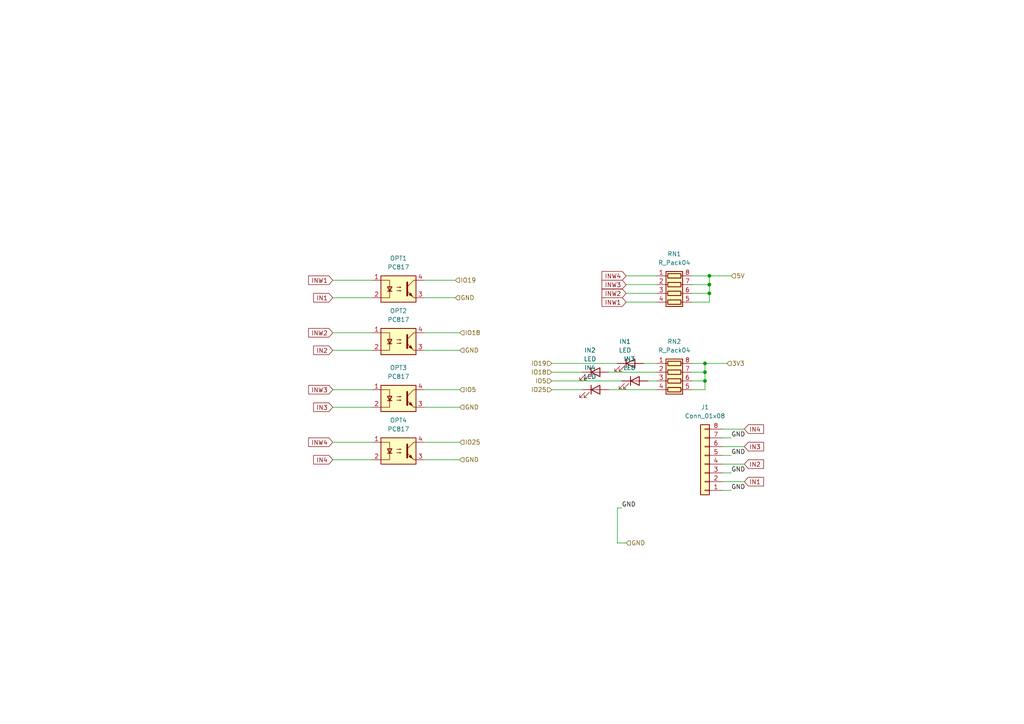
<source format=kicad_sch>
(kicad_sch (version 20250114) (generator "eeschema") (generator_version "9.0")
  (paper "A4")
  (lib_symbols
    (symbol "Connector_Generic:Conn_01x08" (pin_names (offset 1.016) (hide yes))
      (property "Reference" "J" (at 0 10.16 0))
      (property "Value" "Conn_01x08" (at 0 -12.7 0))
      (symbol "Conn_01x08_1_1"
        (rectangle (start -1.27 8.89) (end 1.27 -11.43) (stroke (width 0.254)) (fill (type background)))
        (rectangle (start -1.27 7.747) (end 0 7.493) (stroke (width 0.1524)))
        (rectangle (start -1.27 5.207) (end 0 4.953) (stroke (width 0.1524)))
        (rectangle (start -1.27 2.667) (end 0 2.413) (stroke (width 0.1524)))
        (rectangle (start -1.27 0.127) (end 0 -0.127) (stroke (width 0.1524)))
        (rectangle (start -1.27 -2.413) (end 0 -2.667) (stroke (width 0.1524)))
        (rectangle (start -1.27 -4.953) (end 0 -5.207) (stroke (width 0.1524)))
        (rectangle (start -1.27 -7.493) (end 0 -7.747) (stroke (width 0.1524)))
        (rectangle (start -1.27 -10.033) (end 0 -10.287) (stroke (width 0.1524)))
        (pin passive line (at -5.08 7.62 0) (length 3.81) (name "Pin_1") (number "1"))
        (pin passive line (at -5.08 5.08 0) (length 3.81) (name "Pin_2") (number "2"))
        (pin passive line (at -5.08 2.54 0) (length 3.81) (name "Pin_3") (number "3"))
        (pin passive line (at -5.08 0 0) (length 3.81) (name "Pin_4") (number "4"))
        (pin passive line (at -5.08 -2.54 0) (length 3.81) (name "Pin_5") (number "5"))
        (pin passive line (at -5.08 -5.08 0) (length 3.81) (name "Pin_6") (number "6"))
        (pin passive line (at -5.08 -7.62 0) (length 3.81) (name "Pin_7") (number "7"))
        (pin passive line (at -5.08 -10.16 0) (length 3.81) (name "Pin_8") (number "8"))
      )
    )
    (symbol "Device:LED" (pin_numbers (hide yes)) (pin_names (offset 1.016) (hide yes))
      (property "Reference" "D" (at 0 2.54 0))
      (property "Value" "LED" (at 0 -2.54 0))
      (symbol "LED_0_1"
        (polyline (pts (xy -3.048 -0.762) (xy -4.572 -2.286) (xy -3.81 -2.286) (xy -4.572 -2.286) (xy -4.572 -1.524)))
        (polyline (pts (xy -1.778 -0.762) (xy -3.302 -2.286) (xy -2.54 -2.286) (xy -3.302 -2.286) (xy -3.302 -1.524)))
        (polyline (pts (xy -1.27 0) (xy 1.27 0)))
        (polyline (pts (xy -1.27 -1.27) (xy -1.27 1.27)) (stroke (width 0.254)))
        (polyline (pts (xy 1.27 -1.27) (xy 1.27 1.27) (xy -1.27 0) (xy 1.27 -1.27)) (stroke (width 0.254)))
      )
      (symbol "LED_1_1"
        (pin passive line (at -3.81 0 0) (length 2.54) (name "K") (number "1"))
        (pin passive line (at 3.81 0 180) (length 2.54) (name "A") (number "2"))
      )
    )
    (symbol "Device:R_Pack04" (pin_names (offset 0) (hide yes))
      (property "Reference" "RN" (at -7.62 0 90))
      (property "Value" "R_Pack04" (at 5.08 0 90))
      (symbol "R_Pack04_0_1"
        (rectangle (start -6.35 -2.413) (end 3.81 2.413) (stroke (width 0.254)) (fill (type background)))
        (rectangle (start -5.715 1.905) (end -4.445 -1.905) (stroke (width 0.254)))
        (polyline (pts (xy -5.08 1.905) (xy -5.08 2.54)))
        (polyline (pts (xy -5.08 -2.54) (xy -5.08 -1.905)))
        (rectangle (start -3.175 1.905) (end -1.905 -1.905) (stroke (width 0.254)))
        (polyline (pts (xy -2.54 1.905) (xy -2.54 2.54)))
        (polyline (pts (xy -2.54 -2.54) (xy -2.54 -1.905)))
        (rectangle (start -0.635 1.905) (end 0.635 -1.905) (stroke (width 0.254)))
        (polyline (pts (xy 0 1.905) (xy 0 2.54)))
        (polyline (pts (xy 0 -2.54) (xy 0 -1.905)))
        (rectangle (start 1.905 1.905) (end 3.175 -1.905) (stroke (width 0.254)))
        (polyline (pts (xy 2.54 1.905) (xy 2.54 2.54)))
        (polyline (pts (xy 2.54 -2.54) (xy 2.54 -1.905)))
      )
      (symbol "R_Pack04_1_1"
        (pin passive line (at -5.08 5.08 270) (length 2.54) (name "R1.2") (number "8"))
        (pin passive line (at -5.08 -5.08 90) (length 2.54) (name "R1.1") (number "1"))
        (pin passive line (at -2.54 5.08 270) (length 2.54) (name "R2.2") (number "7"))
        (pin passive line (at -2.54 -5.08 90) (length 2.54) (name "R2.1") (number "2"))
        (pin passive line (at 0 5.08 270) (length 2.54) (name "R3.2") (number "6"))
        (pin passive line (at 0 -5.08 90) (length 2.54) (name "R3.1") (number "3"))
        (pin passive line (at 2.54 5.08 270) (length 2.54) (name "R4.2") (number "5"))
        (pin passive line (at 2.54 -5.08 90) (length 2.54) (name "R4.1") (number "4"))
      )
    )
    (symbol "Isolator:PC817" (pin_names (offset 1.016))
      (property "Reference" "U" (at -5.08 5.08 0))
      (property "Value" "PC817" (at 0 5.08 0))
      (symbol "PC817_0_1"
        (rectangle (start -5.08 3.81) (end 5.08 -3.81) (stroke (width 0.254)) (fill (type background)))
        (polyline (pts (xy -5.08 2.54) (xy -2.54 2.54) (xy -2.54 -0.635)))
        (polyline (pts (xy -3.175 -0.635) (xy -1.905 -0.635)) (stroke (width 0.254)))
        (polyline (pts (xy -2.54 -0.635) (xy -2.54 -2.54) (xy -5.08 -2.54)))
        (polyline (pts (xy -2.54 -0.635) (xy -3.175 0.635) (xy -1.905 0.635) (xy -2.54 -0.635)) (stroke (width 0.254)))
        (polyline (pts (xy -0.508 0.508) (xy 0.762 0.508) (xy 0.381 0.381) (xy 0.381 0.635) (xy 0.762 0.508)))
        (polyline (pts (xy -0.508 -0.508) (xy 0.762 -0.508) (xy 0.381 -0.635) (xy 0.381 -0.381) (xy 0.762 -0.508)))
        (polyline (pts (xy 2.54 1.905) (xy 2.54 -1.905)) (stroke (width 0.508)))
        (polyline (pts (xy 2.54 0.635) (xy 4.445 2.54)))
        (polyline (pts (xy 3.048 -1.651) (xy 3.556 -1.143) (xy 4.064 -2.159) (xy 3.048 -1.651)) (fill (type outline)))
        (polyline (pts (xy 4.445 2.54) (xy 5.08 2.54)))
        (polyline (pts (xy 4.445 -2.54) (xy 2.54 -0.635)) (fill (type outline)))
        (polyline (pts (xy 4.445 -2.54) (xy 5.08 -2.54)))
      )
      (symbol "PC817_1_1"
        (pin passive line (at -7.62 2.54 0) (length 2.54) (name "~") (number "1"))
        (pin passive line (at -7.62 -2.54 0) (length 2.54) (name "~") (number "2"))
        (pin passive line (at 7.62 2.54 180) (length 2.54) (name "~") (number "4"))
        (pin passive line (at 7.62 -2.54 180) (length 2.54) (name "~") (number "3"))
      )
    )
  )
  (junction (at 205.74 80.01))
  (junction (at 204.47 105.41))
  (junction (at 204.47 107.95))
  (junction (at 205.74 82.55))
  (junction (at 204.47 110.49))
  (junction (at 205.74 85.09))
  (wire (pts (xy 123.19 101.6) (xy 133.35 101.6)))
  (wire (pts (xy 200.66 110.49) (xy 204.47 110.49)))
  (wire (pts (xy 205.74 80.01) (xy 205.74 82.55)))
  (wire (pts (xy 181.61 87.63) (xy 190.5 87.63)))
  (wire (pts (xy 123.19 86.36) (xy 132.08 86.36)))
  (wire (pts (xy 200.66 107.95) (xy 204.47 107.95)))
  (wire (pts (xy 123.19 128.27) (xy 133.35 128.27)))
  (wire (pts (xy 176.53 107.95) (xy 190.5 107.95)))
  (wire (pts (xy 200.66 105.41) (xy 204.47 105.41)))
  (wire (pts (xy 209.55 142.24) (xy 212.09 142.24)))
  (wire (pts (xy 205.74 85.09) (xy 205.74 82.55)))
  (wire (pts (xy 181.61 157.48) (xy 179.07 157.48)))
  (wire (pts (xy 200.66 87.63) (xy 205.74 87.63)))
  (wire (pts (xy 96.52 96.52) (xy 107.95 96.52)))
  (wire (pts (xy 200.66 80.01) (xy 205.74 80.01)))
  (wire (pts (xy 209.55 132.08) (xy 212.09 132.08)))
  (wire (pts (xy 96.52 101.6) (xy 107.95 101.6)))
  (wire (pts (xy 209.55 127) (xy 212.09 127)))
  (wire (pts (xy 123.19 118.11) (xy 133.35 118.11)))
  (wire (pts (xy 96.52 133.35) (xy 107.95 133.35)))
  (wire (pts (xy 204.47 107.95) (xy 204.47 110.49)))
  (wire (pts (xy 209.55 129.54) (xy 215.9 129.54)))
  (wire (pts (xy 209.55 124.46) (xy 215.9 124.46)))
  (wire (pts (xy 179.07 147.32) (xy 180.34 147.32)))
  (wire (pts (xy 123.19 81.28) (xy 132.08 81.28)))
  (wire (pts (xy 204.47 105.41) (xy 210.82 105.41)))
  (wire (pts (xy 181.61 82.55) (xy 190.5 82.55)))
  (wire (pts (xy 179.07 157.48) (xy 179.07 147.32)))
  (wire (pts (xy 209.55 139.7) (xy 215.9 139.7)))
  (wire (pts (xy 205.74 87.63) (xy 205.74 85.09)))
  (wire (pts (xy 160.02 105.41) (xy 179.07 105.41)))
  (wire (pts (xy 181.61 85.09) (xy 190.5 85.09)))
  (wire (pts (xy 123.19 113.03) (xy 133.35 113.03)))
  (wire (pts (xy 96.52 81.28) (xy 107.95 81.28)))
  (wire (pts (xy 181.61 80.01) (xy 190.5 80.01)))
  (wire (pts (xy 204.47 110.49) (xy 204.47 113.03)))
  (wire (pts (xy 204.47 105.41) (xy 204.47 107.95)))
  (wire (pts (xy 205.74 80.01) (xy 212.09 80.01)))
  (wire (pts (xy 160.02 113.03) (xy 168.91 113.03)))
  (wire (pts (xy 96.52 86.36) (xy 107.95 86.36)))
  (wire (pts (xy 123.19 133.35) (xy 133.35 133.35)))
  (wire (pts (xy 209.55 137.16) (xy 212.09 137.16)))
  (wire (pts (xy 200.66 113.03) (xy 204.47 113.03)))
  (wire (pts (xy 176.53 113.03) (xy 190.5 113.03)))
  (wire (pts (xy 160.02 110.49) (xy 180.34 110.49)))
  (wire (pts (xy 186.69 105.41) (xy 190.5 105.41)))
  (wire (pts (xy 187.96 110.49) (xy 190.5 110.49)))
  (wire (pts (xy 123.19 96.52) (xy 133.35 96.52)))
  (wire (pts (xy 96.52 118.11) (xy 107.95 118.11)))
  (wire (pts (xy 200.66 82.55) (xy 205.74 82.55)))
  (wire (pts (xy 209.55 134.62) (xy 215.9 134.62)))
  (wire (pts (xy 96.52 128.27) (xy 107.95 128.27)))
  (wire (pts (xy 200.66 85.09) (xy 205.74 85.09)))
  (wire (pts (xy 160.02 107.95) (xy 168.91 107.95)))
  (wire (pts (xy 96.52 113.03) (xy 107.95 113.03)))
  (label "GND" (at 180.34 147.32 0))
  (label "GND" (at 212.09 142.24 0))
  (label "GND" (at 212.09 127 0))
  (label "GND" (at 212.09 137.16 0))
  (label "GND" (at 212.09 132.08 0))
  (global_label "INW2" (shape input) (at 181.61 85.09 180) (property "Intersheetrefs" "${INTERSHEET_REFS}" (effects (hide yes))))
  (global_label "IN4" (shape input) (at 215.9 124.46 0) (property "Intersheetrefs" "${INTERSHEET_REFS}" (effects (hide yes))))
  (global_label "INW2" (shape input) (at 96.52 96.52 180) (property "Intersheetrefs" "${INTERSHEET_REFS}" (effects (hide yes))))
  (global_label "IN1" (shape input) (at 96.52 86.36 180) (property "Intersheetrefs" "${INTERSHEET_REFS}" (effects (hide yes))))
  (global_label "IN3" (shape input) (at 215.9 129.54 0) (property "Intersheetrefs" "${INTERSHEET_REFS}" (effects (hide yes))))
  (global_label "INW1" (shape input) (at 96.52 81.28 180) (property "Intersheetrefs" "${INTERSHEET_REFS}" (effects (hide yes))))
  (global_label "IN3" (shape input) (at 96.52 118.11 180) (property "Intersheetrefs" "${INTERSHEET_REFS}" (effects (hide yes))))
  (global_label "IN4" (shape input) (at 96.52 133.35 180) (property "Intersheetrefs" "${INTERSHEET_REFS}" (effects (hide yes))))
  (global_label "INW4" (shape input) (at 96.52 128.27 180) (property "Intersheetrefs" "${INTERSHEET_REFS}" (effects (hide yes))))
  (global_label "INW3" (shape input) (at 181.61 82.55 180) (property "Intersheetrefs" "${INTERSHEET_REFS}" (effects (hide yes))))
  (global_label "INW4" (shape input) (at 181.61 80.01 180) (property "Intersheetrefs" "${INTERSHEET_REFS}" (effects (hide yes))))
  (global_label "IN2" (shape input) (at 215.9 134.62 0) (property "Intersheetrefs" "${INTERSHEET_REFS}" (effects (hide yes))))
  (global_label "IN2" (shape input) (at 96.52 101.6 180) (property "Intersheetrefs" "${INTERSHEET_REFS}" (effects (hide yes))))
  (global_label "INW1" (shape input) (at 181.61 87.63 180) (property "Intersheetrefs" "${INTERSHEET_REFS}" (effects (hide yes))))
  (global_label "IN1" (shape input) (at 215.9 139.7 0) (property "Intersheetrefs" "${INTERSHEET_REFS}" (effects (hide yes))))
  (global_label "INW3" (shape input) (at 96.52 113.03 180) (property "Intersheetrefs" "${INTERSHEET_REFS}" (effects (hide yes))))
  (hierarchical_label "GND" (shape input) (at 133.35 133.35 0))
  (hierarchical_label "GND" (shape input) (at 181.61 157.48 0))
  (hierarchical_label "5V" (shape input) (at 212.09 80.01 0))
  (hierarchical_label "IO19" (shape input) (at 160.02 105.41 180))
  (hierarchical_label "IO18" (shape input) (at 133.35 96.52 0))
  (hierarchical_label "IO5" (shape input) (at 160.02 110.49 180))
  (hierarchical_label "GND" (shape input) (at 133.35 118.11 0))
  (hierarchical_label "GND" (shape input) (at 132.08 86.36 0))
  (hierarchical_label "IO19" (shape input) (at 132.08 81.28 0))
  (hierarchical_label "GND" (shape input) (at 133.35 101.6 0))
  (hierarchical_label "IO25" (shape input) (at 133.35 128.27 0))
  (hierarchical_label "IO5" (shape input) (at 133.35 113.03 0))
  (hierarchical_label "3V3" (shape input) (at 210.82 105.41 0))
  (hierarchical_label "IO25" (shape input) (at 160.02 113.03 180))
  (hierarchical_label "IO18" (shape input) (at 160.02 107.95 180))
  (symbol (lib_id "Isolator:PC817") (at 115.57 130.81 0) (unit 1)
    (property "Reference" "OPT4" (at 115.57 121.92 0))
    (property "Value" "PC817" (at 115.57 124.46 0))
    (property "Footprint" "Package_DIP:SMDIP-4_W9.53mm" (effects (hide yes)))
    (property "Datasheet" "http://www.soselectronic.cz/a_info/resource/d/pc817.pdf" (effects (hide yes)))
    (property "Description" "DC Optocoupler, Vce 35V, CTR 50-300%, DIP-4" (effects (hide yes)))
  )
  (symbol (lib_id "Connector_Generic:Conn_01x08") (at 204.47 134.62 180) (unit 1)
    (property "Reference" "J1" (at 204.47 118.11 0))
    (property "Value" "Conn_01x08" (at 204.47 120.65 0))
    (property "Footprint" "TerminalBlock_Phoenix:TerminalBlock_Phoenix_MKDS-1,5-8_1x08_P5.00mm_Horizontal" (effects (hide yes)))
    (property "Description" "Generic connector, single row, 01x08, script generated (kicad-library-utils/schlib/autogen/connector/)" (effects (hide yes)))
  )
  (symbol (lib_id "Device:R_Pack04") (at 195.58 110.49 270) (unit 1)
    (property "Reference" "RN2" (at 195.58 99.06 90))
    (property "Value" "R_Pack04" (at 195.58 101.6 90))
    (property "Footprint" "Resistor_SMD:R_Array_Convex_4x1206" (effects (hide yes)))
    (property "Description" "4 resistor network, parallel topology" (effects (hide yes)))
  )
  (symbol (lib_id "Isolator:PC817") (at 115.57 99.06 0) (unit 1)
    (property "Reference" "OPT2" (at 115.57 90.17 0))
    (property "Value" "PC817" (at 115.57 92.71 0))
    (property "Footprint" "Package_DIP:SMDIP-4_W9.53mm" (effects (hide yes)))
    (property "Datasheet" "http://www.soselectronic.cz/a_info/resource/d/pc817.pdf" (effects (hide yes)))
    (property "Description" "DC Optocoupler, Vce 35V, CTR 50-300%, DIP-4" (effects (hide yes)))
  )
  (symbol (lib_id "Isolator:PC817") (at 115.57 115.57 0) (unit 1)
    (property "Reference" "OPT3" (at 115.57 106.68 0))
    (property "Value" "PC817" (at 115.57 109.22 0))
    (property "Footprint" "Package_DIP:SMDIP-4_W9.53mm" (effects (hide yes)))
    (property "Datasheet" "http://www.soselectronic.cz/a_info/resource/d/pc817.pdf" (effects (hide yes)))
    (property "Description" "DC Optocoupler, Vce 35V, CTR 50-300%, DIP-4" (effects (hide yes)))
  )
  (symbol (lib_id "Device:LED") (at 172.72 113.03 0) (unit 1)
    (property "Reference" "IN4" (at 171.1325 106.68 0))
    (property "Value" "LED" (at 171.1325 109.22 0))
    (property "Footprint" "LED_SMD:LED_1206_3216Metric_Pad1.42x1.75mm_HandSolder" (effects (hide yes)))
    (property "Description" "Light emitting diode" (effects (hide yes)))
    (property "Sim.Pins" "1=K 2=A" (effects (hide yes)))
  )
  (symbol (lib_id "Device:LED") (at 182.88 105.41 0) (unit 1)
    (property "Reference" "IN1" (at 181.2925 99.06 0))
    (property "Value" "LED" (at 181.2925 101.6 0))
    (property "Footprint" "LED_SMD:LED_1206_3216Metric_Pad1.42x1.75mm_HandSolder" (effects (hide yes)))
    (property "Description" "Light emitting diode" (effects (hide yes)))
    (property "Sim.Pins" "1=K 2=A" (effects (hide yes)))
  )
  (symbol (lib_id "Device:LED") (at 184.15 110.49 0) (unit 1)
    (property "Reference" "IN3" (at 182.5625 104.14 0))
    (property "Value" "LED" (at 182.5625 106.68 0))
    (property "Footprint" "LED_SMD:LED_1206_3216Metric_Pad1.42x1.75mm_HandSolder" (effects (hide yes)))
    (property "Description" "Light emitting diode" (effects (hide yes)))
    (property "Sim.Pins" "1=K 2=A" (effects (hide yes)))
  )
  (symbol (lib_id "Device:LED") (at 172.72 107.95 0) (unit 1)
    (property "Reference" "IN2" (at 171.1325 101.6 0))
    (property "Value" "LED" (at 171.1325 104.14 0))
    (property "Footprint" "LED_SMD:LED_1206_3216Metric_Pad1.42x1.75mm_HandSolder" (effects (hide yes)))
    (property "Description" "Light emitting diode" (effects (hide yes)))
    (property "Sim.Pins" "1=K 2=A" (effects (hide yes)))
  )
  (symbol (lib_id "Isolator:PC817") (at 115.57 83.82 0) (unit 1)
    (property "Reference" "OPT1" (at 115.57 74.93 0))
    (property "Value" "PC817" (at 115.57 77.47 0))
    (property "Footprint" "Package_DIP:SMDIP-4_W9.53mm" (effects (hide yes)))
    (property "Datasheet" "http://www.soselectronic.cz/a_info/resource/d/pc817.pdf" (effects (hide yes)))
    (property "Description" "DC Optocoupler, Vce 35V, CTR 50-300%, DIP-4" (effects (hide yes)))
  )
  (symbol (lib_id "Device:R_Pack04") (at 195.58 85.09 270) (unit 1)
    (property "Reference" "RN1" (at 195.58 73.66 90))
    (property "Value" "R_Pack04" (at 195.58 76.2 90))
    (property "Footprint" "Resistor_SMD:R_Array_Convex_4x1206" (effects (hide yes)))
    (property "Description" "4 resistor network, parallel topology" (effects (hide yes)))
  )
)
</source>
